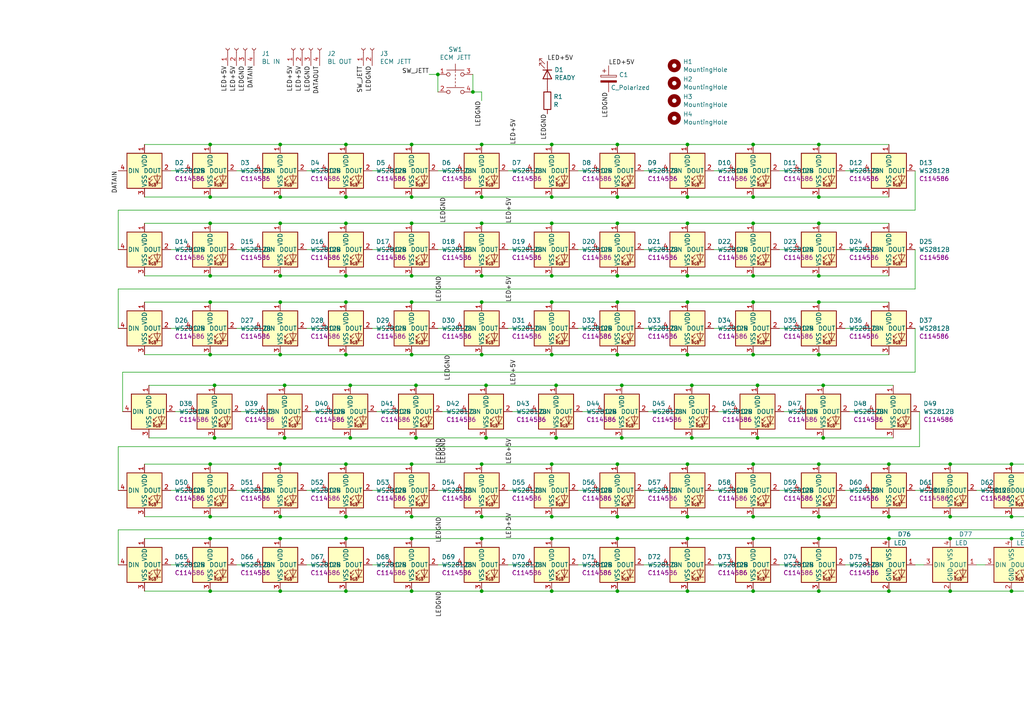
<source format=kicad_sch>
(kicad_sch (version 20211123) (generator eeschema)
  (paper "A4")
  (junction (at 218.44 149.86))
  (junction (at 200.66 127))
  (junction (at 127 21.59))
  (junction (at 293.37 134.62))
  (junction (at 179.07 80.01))
  (junction (at 237.49 134.62))
  (junction (at 218.44 102.87))
  (junction (at 160.02 41.91))
  (junction (at 179.07 64.77))
  (junction (at 179.07 57.15))
  (junction (at 275.59 156.21))
  (junction (at 257.81 156.21))
  (junction (at 60.96 102.87))
  (junction (at 160.02 57.15))
  (junction (at 81.28 64.77))
  (junction (at 219.71 111.76))
  (junction (at 140.97 111.76))
  (junction (at 237.49 41.91))
  (junction (at 100.33 171.45))
  (junction (at 237.49 149.86))
  (junction (at 60.96 87.63))
  (junction (at 82.55 127))
  (junction (at 100.33 41.91))
  (junction (at 60.96 156.21))
  (junction (at 218.44 80.01))
  (junction (at 139.7 102.87))
  (junction (at 275.59 149.86))
  (junction (at 119.38 149.86))
  (junction (at 179.07 156.21))
  (junction (at 218.44 41.91))
  (junction (at 139.7 41.91))
  (junction (at 199.39 57.15))
  (junction (at 199.39 87.63))
  (junction (at 237.49 57.15))
  (junction (at 81.28 41.91))
  (junction (at 139.7 57.15))
  (junction (at 160.02 87.63))
  (junction (at 180.34 111.76))
  (junction (at 218.44 64.77))
  (junction (at 199.39 134.62))
  (junction (at 60.96 41.91))
  (junction (at 199.39 102.87))
  (junction (at 160.02 171.45))
  (junction (at 199.39 156.21))
  (junction (at 120.65 127))
  (junction (at 120.65 111.76))
  (junction (at 140.97 127))
  (junction (at 275.59 171.45))
  (junction (at 101.6 111.76))
  (junction (at 100.33 64.77))
  (junction (at 139.7 87.63))
  (junction (at 81.28 171.45))
  (junction (at 219.71 127))
  (junction (at 60.96 171.45))
  (junction (at 237.49 171.45))
  (junction (at 139.7 64.77))
  (junction (at 119.38 87.63))
  (junction (at 160.02 64.77))
  (junction (at 257.81 134.62))
  (junction (at 119.38 64.77))
  (junction (at 293.37 149.86))
  (junction (at 81.28 57.15))
  (junction (at 161.29 127))
  (junction (at 180.34 127))
  (junction (at 179.07 134.62))
  (junction (at 81.28 102.87))
  (junction (at 237.49 102.87))
  (junction (at 160.02 134.62))
  (junction (at 119.38 41.91))
  (junction (at 119.38 80.01))
  (junction (at 139.7 156.21))
  (junction (at 81.28 149.86))
  (junction (at 179.07 102.87))
  (junction (at 119.38 156.21))
  (junction (at 199.39 41.91))
  (junction (at 293.37 156.21))
  (junction (at 81.28 134.62))
  (junction (at 199.39 80.01))
  (junction (at 100.33 134.62))
  (junction (at 81.28 80.01))
  (junction (at 218.44 87.63))
  (junction (at 100.33 87.63))
  (junction (at 101.6 127))
  (junction (at 218.44 57.15))
  (junction (at 179.07 171.45))
  (junction (at 119.38 171.45))
  (junction (at 179.07 87.63))
  (junction (at 139.7 171.45))
  (junction (at 139.7 134.62))
  (junction (at 218.44 156.21))
  (junction (at 160.02 156.21))
  (junction (at 275.59 134.62))
  (junction (at 161.29 111.76))
  (junction (at 60.96 64.77))
  (junction (at 237.49 64.77))
  (junction (at 237.49 156.21))
  (junction (at 100.33 149.86))
  (junction (at 119.38 102.87))
  (junction (at 82.55 111.76))
  (junction (at 199.39 171.45))
  (junction (at 81.28 156.21))
  (junction (at 199.39 64.77))
  (junction (at 119.38 134.62))
  (junction (at 60.96 149.86))
  (junction (at 139.7 80.01))
  (junction (at 257.81 149.86))
  (junction (at 119.38 57.15))
  (junction (at 62.23 127))
  (junction (at 81.28 87.63))
  (junction (at 100.33 57.15))
  (junction (at 100.33 80.01))
  (junction (at 218.44 171.45))
  (junction (at 199.39 149.86))
  (junction (at 160.02 149.86))
  (junction (at 218.44 134.62))
  (junction (at 62.23 111.76))
  (junction (at 137.16 26.67))
  (junction (at 60.96 134.62))
  (junction (at 200.66 111.76))
  (junction (at 237.49 87.63))
  (junction (at 139.7 149.86))
  (junction (at 160.02 102.87))
  (junction (at 60.96 80.01))
  (junction (at 238.76 111.76))
  (junction (at 100.33 156.21))
  (junction (at 237.49 80.01))
  (junction (at 60.96 57.15))
  (junction (at 293.37 171.45))
  (junction (at 100.33 102.87))
  (junction (at 179.07 41.91))
  (junction (at 257.81 171.45))
  (junction (at 238.76 127))
  (junction (at 179.07 149.86))
  (junction (at 160.02 80.01))
  (wire (pts (xy 88.9 49.53) (xy 92.71 49.53)))
  (wire (pts (xy 237.49 171.45) (xy 257.81 171.45)))
  (wire (pts (xy 265.43 60.96) (xy 34.29 60.96)))
  (wire (pts (xy 100.33 57.15) (xy 119.38 57.15)))
  (wire (pts (xy 237.49 156.21) (xy 257.81 156.21)))
  (wire (pts (xy 179.07 41.91) (xy 160.02 41.91)))
  (wire (pts (xy 60.96 171.45) (xy 81.28 171.45)))
  (wire (pts (xy 139.7 80.01) (xy 160.02 80.01)))
  (wire (pts (xy 60.96 87.63) (xy 41.91 87.63)))
  (wire (pts (xy 218.44 87.63) (xy 199.39 87.63)))
  (wire (pts (xy 68.58 163.83) (xy 73.66 163.83)))
  (wire (pts (xy 100.33 87.63) (xy 81.28 87.63)))
  (wire (pts (xy 180.34 111.76) (xy 161.29 111.76)))
  (wire (pts (xy 218.44 64.77) (xy 199.39 64.77)))
  (wire (pts (xy 41.91 57.15) (xy 60.96 57.15)))
  (wire (pts (xy 218.44 102.87) (xy 237.49 102.87)))
  (wire (pts (xy 207.01 142.24) (xy 210.82 142.24)))
  (wire (pts (xy 200.66 127) (xy 219.71 127)))
  (wire (pts (xy 62.23 111.76) (xy 43.18 111.76)))
  (wire (pts (xy 257.81 87.63) (xy 237.49 87.63)))
  (wire (pts (xy 199.39 171.45) (xy 218.44 171.45)))
  (wire (pts (xy 186.69 163.83) (xy 191.77 163.83)))
  (wire (pts (xy 238.76 111.76) (xy 219.71 111.76)))
  (wire (pts (xy 82.55 127) (xy 101.6 127)))
  (wire (pts (xy 226.06 95.25) (xy 229.87 95.25)))
  (wire (pts (xy 168.91 119.38) (xy 172.72 119.38)))
  (wire (pts (xy 81.28 57.15) (xy 100.33 57.15)))
  (wire (pts (xy 34.29 129.54) (xy 34.29 142.24)))
  (wire (pts (xy 148.59 119.38) (xy 153.67 119.38)))
  (wire (pts (xy 139.7 26.67) (xy 137.16 26.67)))
  (wire (pts (xy 50.8 119.38) (xy 54.61 119.38)))
  (wire (pts (xy 266.7 119.38) (xy 266.7 129.54)))
  (wire (pts (xy 160.02 87.63) (xy 139.7 87.63)))
  (wire (pts (xy 139.7 29.21) (xy 139.7 26.67)))
  (wire (pts (xy 180.34 127) (xy 200.66 127)))
  (wire (pts (xy 160.02 149.86) (xy 179.07 149.86)))
  (wire (pts (xy 139.7 171.45) (xy 160.02 171.45)))
  (wire (pts (xy 127 142.24) (xy 132.08 142.24)))
  (wire (pts (xy 257.81 41.91) (xy 237.49 41.91)))
  (wire (pts (xy 245.11 142.24) (xy 250.19 142.24)))
  (wire (pts (xy 139.7 156.21) (xy 119.38 156.21)))
  (wire (pts (xy 167.64 49.53) (xy 171.45 49.53)))
  (wire (pts (xy 100.33 171.45) (xy 119.38 171.45)))
  (wire (pts (xy 41.91 102.87) (xy 60.96 102.87)))
  (wire (pts (xy 124.46 21.59) (xy 127 21.59)))
  (wire (pts (xy 101.6 111.76) (xy 82.55 111.76)))
  (wire (pts (xy 293.37 149.86) (xy 275.59 149.86)))
  (wire (pts (xy 100.33 102.87) (xy 119.38 102.87)))
  (wire (pts (xy 237.49 156.21) (xy 218.44 156.21)))
  (wire (pts (xy 200.66 111.76) (xy 180.34 111.76)))
  (wire (pts (xy 160.02 57.15) (xy 179.07 57.15)))
  (wire (pts (xy 161.29 111.76) (xy 140.97 111.76)))
  (wire (pts (xy 139.7 87.63) (xy 119.38 87.63)))
  (wire (pts (xy 139.7 134.62) (xy 119.38 134.62)))
  (wire (pts (xy 140.97 111.76) (xy 120.65 111.76)))
  (wire (pts (xy 179.07 149.86) (xy 199.39 149.86)))
  (wire (pts (xy 119.38 41.91) (xy 100.33 41.91)))
  (wire (pts (xy 257.81 171.45) (xy 275.59 171.45)))
  (wire (pts (xy 218.44 41.91) (xy 199.39 41.91)))
  (wire (pts (xy 179.07 171.45) (xy 199.39 171.45)))
  (wire (pts (xy 199.39 156.21) (xy 179.07 156.21)))
  (wire (pts (xy 199.39 87.63) (xy 179.07 87.63)))
  (wire (pts (xy 186.69 49.53) (xy 191.77 49.53)))
  (wire (pts (xy 265.43 95.25) (xy 265.43 107.95)))
  (wire (pts (xy 107.95 163.83) (xy 111.76 163.83)))
  (wire (pts (xy 119.38 64.77) (xy 100.33 64.77)))
  (wire (pts (xy 207.01 49.53) (xy 210.82 49.53)))
  (wire (pts (xy 218.44 57.15) (xy 237.49 57.15)))
  (wire (pts (xy 90.17 119.38) (xy 93.98 119.38)))
  (wire (pts (xy 167.64 95.25) (xy 171.45 95.25)))
  (wire (pts (xy 179.07 156.21) (xy 160.02 156.21)))
  (wire (pts (xy 265.43 72.39) (xy 265.43 83.82)))
  (wire (pts (xy 43.18 127) (xy 62.23 127)))
  (wire (pts (xy 60.96 134.62) (xy 41.91 134.62)))
  (wire (pts (xy 293.37 171.45) (xy 311.15 171.45)))
  (wire (pts (xy 171.45 72.39) (xy 167.64 72.39)))
  (wire (pts (xy 81.28 80.01) (xy 100.33 80.01)))
  (wire (pts (xy 207.01 95.25) (xy 210.82 95.25)))
  (wire (pts (xy 265.43 49.53) (xy 265.43 60.96)))
  (wire (pts (xy 100.33 149.86) (xy 119.38 149.86)))
  (wire (pts (xy 49.53 95.25) (xy 53.34 95.25)))
  (wire (pts (xy 227.33 119.38) (xy 231.14 119.38)))
  (wire (pts (xy 139.7 41.91) (xy 119.38 41.91)))
  (wire (pts (xy 199.39 41.91) (xy 179.07 41.91)))
  (wire (pts (xy 250.19 72.39) (xy 245.11 72.39)))
  (wire (pts (xy 245.11 49.53) (xy 250.19 49.53)))
  (wire (pts (xy 237.49 41.91) (xy 218.44 41.91)))
  (wire (pts (xy 147.32 95.25) (xy 152.4 95.25)))
  (wire (pts (xy 245.11 163.83) (xy 250.19 163.83)))
  (wire (pts (xy 246.38 119.38) (xy 251.46 119.38)))
  (wire (pts (xy 218.44 171.45) (xy 237.49 171.45)))
  (wire (pts (xy 160.02 156.21) (xy 139.7 156.21)))
  (wire (pts (xy 161.29 127) (xy 180.34 127)))
  (wire (pts (xy 35.56 107.95) (xy 35.56 119.38)))
  (wire (pts (xy 49.53 49.53) (xy 53.34 49.53)))
  (wire (pts (xy 293.37 156.21) (xy 311.15 156.21)))
  (wire (pts (xy 111.76 72.39) (xy 107.95 72.39)))
  (wire (pts (xy 218.44 156.21) (xy 199.39 156.21)))
  (wire (pts (xy 160.02 134.62) (xy 139.7 134.62)))
  (wire (pts (xy 119.38 102.87) (xy 139.7 102.87)))
  (wire (pts (xy 81.28 102.87) (xy 100.33 102.87)))
  (wire (pts (xy 68.58 142.24) (xy 73.66 142.24)))
  (wire (pts (xy 160.02 64.77) (xy 139.7 64.77)))
  (wire (pts (xy 60.96 149.86) (xy 81.28 149.86)))
  (wire (pts (xy 60.96 57.15) (xy 81.28 57.15)))
  (wire (pts (xy 137.16 26.67) (xy 137.16 21.59)))
  (wire (pts (xy 81.28 64.77) (xy 60.96 64.77)))
  (wire (pts (xy 73.66 72.39) (xy 68.58 72.39)))
  (wire (pts (xy 49.53 163.83) (xy 53.34 163.83)))
  (wire (pts (xy 81.28 149.86) (xy 100.33 149.86)))
  (wire (pts (xy 186.69 142.24) (xy 191.77 142.24)))
  (wire (pts (xy 41.91 80.01) (xy 60.96 80.01)))
  (wire (pts (xy 303.53 142.24) (xy 300.99 142.24)))
  (wire (pts (xy 160.02 102.87) (xy 179.07 102.87)))
  (wire (pts (xy 152.4 72.39) (xy 147.32 72.39)))
  (wire (pts (xy 88.9 163.83) (xy 92.71 163.83)))
  (wire (pts (xy 226.06 163.83) (xy 229.87 163.83)))
  (wire (pts (xy 41.91 149.86) (xy 60.96 149.86)))
  (wire (pts (xy 119.38 134.62) (xy 100.33 134.62)))
  (wire (pts (xy 179.07 87.63) (xy 160.02 87.63)))
  (wire (pts (xy 100.33 80.01) (xy 119.38 80.01)))
  (wire (pts (xy 60.96 156.21) (xy 41.91 156.21)))
  (wire (pts (xy 88.9 95.25) (xy 92.71 95.25)))
  (wire (pts (xy 34.29 83.82) (xy 34.29 95.25)))
  (wire (pts (xy 119.38 80.01) (xy 139.7 80.01)))
  (wire (pts (xy 199.39 134.62) (xy 179.07 134.62)))
  (wire (pts (xy 179.07 64.77) (xy 160.02 64.77)))
  (wire (pts (xy 257.81 64.77) (xy 237.49 64.77)))
  (wire (pts (xy 147.32 142.24) (xy 152.4 142.24)))
  (wire (pts (xy 293.37 134.62) (xy 275.59 134.62)))
  (wire (pts (xy 167.64 142.24) (xy 171.45 142.24)))
  (wire (pts (xy 128.27 119.38) (xy 133.35 119.38)))
  (wire (pts (xy 147.32 163.83) (xy 152.4 163.83)))
  (wire (pts (xy 311.15 149.86) (xy 293.37 149.86)))
  (wire (pts (xy 179.07 102.87) (xy 199.39 102.87)))
  (wire (pts (xy 127 163.83) (xy 132.08 163.83)))
  (wire (pts (xy 257.81 156.21) (xy 275.59 156.21)))
  (wire (pts (xy 237.49 134.62) (xy 218.44 134.62)))
  (wire (pts (xy 60.96 80.01) (xy 81.28 80.01)))
  (wire (pts (xy 238.76 127) (xy 259.08 127)))
  (wire (pts (xy 218.44 80.01) (xy 237.49 80.01)))
  (wire (pts (xy 119.38 87.63) (xy 100.33 87.63)))
  (wire (pts (xy 100.33 64.77) (xy 81.28 64.77)))
  (wire (pts (xy 68.58 49.53) (xy 73.66 49.53)))
  (wire (pts (xy 49.53 142.24) (xy 53.34 142.24)))
  (wire (pts (xy 127 49.53) (xy 132.08 49.53)))
  (wire (pts (xy 120.65 111.76) (xy 101.6 111.76)))
  (wire (pts (xy 160.02 41.91) (xy 139.7 41.91)))
  (wire (pts (xy 68.58 95.25) (xy 73.66 95.25)))
  (wire (pts (xy 100.33 41.91) (xy 81.28 41.91)))
  (wire (pts (xy 265.43 107.95) (xy 35.56 107.95)))
  (wire (pts (xy 160.02 171.45) (xy 179.07 171.45)))
  (wire (pts (xy 88.9 142.24) (xy 92.71 142.24)))
  (wire (pts (xy 119.38 171.45) (xy 139.7 171.45)))
  (wire (pts (xy 140.97 127) (xy 161.29 127)))
  (wire (pts (xy 81.28 134.62) (xy 60.96 134.62)))
  (wire (pts (xy 199.39 102.87) (xy 218.44 102.87)))
  (wire (pts (xy 275.59 171.45) (xy 293.37 171.45)))
  (wire (pts (xy 226.06 49.53) (xy 229.87 49.53)))
  (wire (pts (xy 81.28 171.45) (xy 100.33 171.45)))
  (wire (pts (xy 167.64 163.83) (xy 171.45 163.83)))
  (wire (pts (xy 218.44 149.86) (xy 237.49 149.86)))
  (wire (pts (xy 53.34 72.39) (xy 49.53 72.39)))
  (wire (pts (xy 265.43 83.82) (xy 34.29 83.82)))
  (wire (pts (xy 237.49 149.86) (xy 257.81 149.86)))
  (wire (pts (xy 81.28 41.91) (xy 60.96 41.91)))
  (wire (pts (xy 210.82 72.39) (xy 207.01 72.39)))
  (wire (pts (xy 107.95 49.53) (xy 111.76 49.53)))
  (wire (pts (xy 218.44 134.62) (xy 199.39 134.62)))
  (wire (pts (xy 100.33 134.62) (xy 81.28 134.62)))
  (wire (pts (xy 259.08 111.76) (xy 238.76 111.76)))
  (wire (pts (xy 139.7 57.15) (xy 160.02 57.15)))
  (wire (pts (xy 60.96 41.91) (xy 41.91 41.91)))
  (wire (pts (xy 120.65 127) (xy 140.97 127)))
  (wire (pts (xy 199.39 80.01) (xy 218.44 80.01)))
  (wire (pts (xy 267.97 142.24) (xy 265.43 142.24)))
  (wire (pts (xy 219.71 127) (xy 238.76 127)))
  (wire (pts (xy 119.38 156.21) (xy 100.33 156.21)))
  (wire (pts (xy 109.22 119.38) (xy 113.03 119.38)))
  (wire (pts (xy 34.29 60.96) (xy 34.29 72.39)))
  (wire (pts (xy 266.7 129.54) (xy 34.29 129.54)))
  (wire (pts (xy 186.69 95.25) (xy 191.77 95.25)))
  (wire (pts (xy 267.97 163.83) (xy 265.43 163.83)))
  (wire (pts (xy 139.7 149.86) (xy 160.02 149.86)))
  (wire (pts (xy 275.59 149.86) (xy 257.81 149.86)))
  (wire (pts (xy 275.59 156.21) (xy 293.37 156.21)))
  (wire (pts (xy 237.49 87.63) (xy 218.44 87.63)))
  (wire (pts (xy 229.87 72.39) (xy 226.06 72.39)))
  (wire (pts (xy 127 95.25) (xy 132.08 95.25)))
  (wire (pts (xy 139.7 64.77) (xy 119.38 64.77)))
  (wire (pts (xy 199.39 149.86) (xy 218.44 149.86)))
  (wire (pts (xy 107.95 142.24) (xy 111.76 142.24)))
  (wire (pts (xy 237.49 80.01) (xy 257.81 80.01)))
  (wire (pts (xy 208.28 119.38) (xy 212.09 119.38)))
  (wire (pts (xy 100.33 156.21) (xy 81.28 156.21)))
  (wire (pts (xy 318.77 142.24) (xy 318.77 153.67)))
  (wire (pts (xy 257.81 134.62) (xy 237.49 134.62)))
  (wire (pts (xy 132.08 72.39) (xy 127 72.39)))
  (wire (pts (xy 285.75 142.24) (xy 283.21 142.24)))
  (wire (pts (xy 199.39 57.15) (xy 218.44 57.15)))
  (wire (pts (xy 187.96 119.38) (xy 193.04 119.38)))
  (wire (pts (xy 311.15 134.62) (xy 293.37 134.62)))
  (wire (pts (xy 303.53 163.83) (xy 300.99 163.83)))
  (wire (pts (xy 179.07 134.62) (xy 160.02 134.62)))
  (wire (pts (xy 275.59 134.62) (xy 257.81 134.62)))
  (wire (pts (xy 119.38 149.86) (xy 139.7 149.86)))
  (wire (pts (xy 285.75 163.83) (xy 283.21 163.83)))
  (wire (pts (xy 60.96 102.87) (xy 81.28 102.87)))
  (wire (pts (xy 41.91 171.45) (xy 60.96 171.45)))
  (wire (pts (xy 62.23 127) (xy 82.55 127)))
  (wire (pts (xy 199.39 64.77) (xy 179.07 64.77)))
  (wire (pts (xy 179.07 80.01) (xy 199.39 80.01)))
  (wire (pts (xy 237.49 57.15) (xy 257.81 57.15)))
  (wire (pts (xy 237.49 102.87) (xy 257.81 102.87)))
  (wire (pts (xy 119.38 57.15) (xy 139.7 57.15)))
  (wire (pts (xy 245.11 95.25) (xy 250.19 95.25)))
  (wire (pts (xy 34.29 153.67) (xy 34.29 163.83)))
  (wire (pts (xy 207.01 163.83) (xy 210.82 163.83)))
  (wire (pts (xy 147.32 49.53) (xy 152.4 49.53)))
  (wire (pts (xy 226.06 142.24) (xy 229.87 142.24)))
  (wire (pts (xy 92.71 72.39) (xy 88.9 72.39)))
  (wire (pts (xy 81.28 87.63) (xy 60.96 87.63)))
  (wire (pts (xy 81.28 156.21) (xy 60.96 156.21)))
  (wire (pts (xy 237.49 64.77) (xy 218.44 64.77)))
  (wire (pts (xy 127 21.59) (xy 127 26.67)))
  (wire (pts (xy 139.7 102.87) (xy 160.02 102.87)))
  (wire (pts (xy 101.6 127) (xy 120.65 127)))
  (wire (pts (xy 60.96 64.77) (xy 41.91 64.77)))
  (wire (pts (xy 179.07 57.15) (xy 199.39 57.15)))
  (wire (pts (xy 69.85 119.38) (xy 74.93 119.38)))
  (wire (pts (xy 82.55 111.76) (xy 62.23 111.76)))
  (wire (pts (xy 318.77 153.67) (xy 34.29 153.67)))
  (wire (pts (xy 160.02 80.01) (xy 179.07 80.01)))
  (wire (pts (xy 219.71 111.76) (xy 200.66 111.76)))
  (wire (pts (xy 107.95 95.25) (xy 111.76 95.25)))
  (wire (pts (xy 191.77 72.39) (xy 186.69 72.39)))
  (label "LED+5V" (at 68.58 19.05 270))
  (label "LEDGND" (at 107.95 19.05 270))
  (label "LEDGND" (at 139.7 29.21 270))
  (label "LED+5V" (at 158.75 17.78 0))
  (label "DATAOUT" (at 92.71 19.05 270))
  (label "LEDGND" (at 130.81 102.87 270))
  (label "SW_JETT" (at 105.41 19.05 270))
  (label "LED+5V" (at 148.59 156.21 90))
  (label "LED+5V" (at 149.86 41.91 90))
  (label "LED+5V" (at 85.09 19.05 270))
  (label "LED+5V" (at 148.59 87.63 90))
  (label "SW_JETT" (at 124.46 21.59 180))
  (label "LED+5V" (at 149.86 111.76 90))
  (label "LED+5V" (at 66.04 19.05 270))
  (label "DATAIN" (at 73.66 19.05 270))
  (label "LEDGND" (at 71.12 19.05 270))
  (label "LEDGND" (at 129.54 127 270))
  (label "LED+5V" (at 148.59 134.62 90))
  (label "LED+5V" (at 87.63 19.05 270))
  (label "LEDGND" (at 128.27 149.86 270))
  (label "LEDGND" (at 129.54 57.15 270))
  (label "LEDGND" (at 90.17 19.05 270))
  (label "LEDGND" (at 128.27 127 270))
  (label "LED+5V" (at 148.59 64.77 90))
  (label "DATAOUT" (at 318.77 163.83 0))
  (label "LEDGND" (at 176.53 26.67 270))
  (label "LEDGND" (at 128.27 171.45 270))
  (label "DATAIN" (at 34.29 49.53 270))
  (label "LEDGND" (at 158.75 33.02 270))
  (label "LEDGND" (at 128.27 80.01 270))
  (label "LED+5V" (at 176.53 19.05 0))
  (symbol (lib_id "LED:WS2812B") (at 293.37 142.24 0) (unit 1)
    (property "Reference" "D63" (at 302.1076 139.9286 0) (effects (justify left)))
    (property "Value" "WS2812B" (at 302.1076 142.24 0) (effects (justify left)))
    (property "Footprint" "LED_SMD:LED_WS2812B_PLCC4_5.0x5.0mm_P3.2mm" (effects hide))
    (property "Datasheet" "https://cdn-shop.adafruit.com/datasheets/WS2812B.pdf" (effects hide))
    (property "LCSC Part Number" "C114586" (at 302.1076 144.5514 0) (effects (justify left)))
  )
  (symbol (lib_id "LED:WS2812B") (at 311.15 142.24 0) (unit 1)
    (property "Reference" "D64" (at 319.8876 139.9286 0) (effects (justify left)))
    (property "Value" "WS2812B" (at 319.8876 142.24 0) (effects (justify left)))
    (property "Footprint" "LED_SMD:LED_WS2812B_PLCC4_5.0x5.0mm_P3.2mm" (effects hide))
    (property "Datasheet" "https://cdn-shop.adafruit.com/datasheets/WS2812B.pdf" (effects hide))
    (property "LCSC Part Number" "C114586" (at 319.8876 144.5514 0) (effects (justify left)))
  )
  (symbol (lib_id "LED:WS2812B") (at 41.91 163.83 0) (unit 1)
    (property "Reference" "D65" (at 50.6476 161.5186 0) (effects (justify left)))
    (property "Value" "WS2812B" (at 50.6476 163.83 0) (effects (justify left)))
    (property "Footprint" "LED_SMD:LED_WS2812B_PLCC4_5.0x5.0mm_P3.2mm" (effects hide))
    (property "Datasheet" "https://cdn-shop.adafruit.com/datasheets/WS2812B.pdf" (effects hide))
    (property "LCSC Part Number" "C114586" (at 50.6476 166.1414 0) (effects (justify left)))
  )
  (symbol (lib_id "LED:WS2812B") (at 60.96 163.83 0) (unit 1)
    (property "Reference" "D66" (at 69.6976 161.5186 0) (effects (justify left)))
    (property "Value" "WS2812B" (at 69.6976 163.83 0) (effects (justify left)))
    (property "Footprint" "LED_SMD:LED_WS2812B_PLCC4_5.0x5.0mm_P3.2mm" (effects hide))
    (property "Datasheet" "https://cdn-shop.adafruit.com/datasheets/WS2812B.pdf" (effects hide))
    (property "LCSC Part Number" "C114586" (at 69.6976 166.1414 0) (effects (justify left)))
  )
  (symbol (lib_id "LED:WS2812B") (at 81.28 163.83 0) (unit 1)
    (property "Reference" "D67" (at 90.0176 161.5186 0) (effects (justify left)))
    (property "Value" "WS2812B" (at 90.0176 163.83 0) (effects (justify left)))
    (property "Footprint" "LED_SMD:LED_WS2812B_PLCC4_5.0x5.0mm_P3.2mm" (effects hide))
    (property "Datasheet" "https://cdn-shop.adafruit.com/datasheets/WS2812B.pdf" (effects hide))
    (property "LCSC Part Number" "C114586" (at 90.0176 166.1414 0) (effects (justify left)))
  )
  (symbol (lib_id "LED:WS2812B") (at 100.33 163.83 0) (unit 1)
    (property "Reference" "D68" (at 109.0676 161.5186 0) (effects (justify left)))
    (property "Value" "WS2812B" (at 109.0676 163.83 0) (effects (justify left)))
    (property "Footprint" "LED_SMD:LED_WS2812B_PLCC4_5.0x5.0mm_P3.2mm" (effects hide))
    (property "Datasheet" "https://cdn-shop.adafruit.com/datasheets/WS2812B.pdf" (effects hide))
    (property "LCSC Part Number" "C114586" (at 109.0676 166.1414 0) (effects (justify left)))
  )
  (symbol (lib_id "LED:WS2812B") (at 119.38 163.83 0) (unit 1)
    (property "Reference" "D69" (at 128.1176 161.5186 0) (effects (justify left)))
    (property "Value" "WS2812B" (at 128.1176 163.83 0) (effects (justify left)))
    (property "Footprint" "LED_SMD:LED_WS2812B_PLCC4_5.0x5.0mm_P3.2mm" (effects hide))
    (property "Datasheet" "https://cdn-shop.adafruit.com/datasheets/WS2812B.pdf" (effects hide))
    (property "LCSC Part Number" "C114586" (at 128.1176 166.1414 0) (effects (justify left)))
  )
  (symbol (lib_id "LED:WS2812B") (at 139.7 163.83 0) (unit 1)
    (property "Reference" "D70" (at 148.4376 161.5186 0) (effects (justify left)))
    (property "Value" "WS2812B" (at 148.4376 163.83 0) (effects (justify left)))
    (property "Footprint" "LED_SMD:LED_WS2812B_PLCC4_5.0x5.0mm_P3.2mm" (effects hide))
    (property "Datasheet" "https://cdn-shop.adafruit.com/datasheets/WS2812B.pdf" (effects hide))
    (property "LCSC Part Number" "C114586" (at 148.4376 166.1414 0) (effects (justify left)))
  )
  (symbol (lib_id "LED:WS2812B") (at 160.02 163.83 0) (unit 1)
    (property "Reference" "D71" (at 168.7576 161.5186 0) (effects (justify left)))
    (property "Value" "WS2812B" (at 168.7576 163.83 0) (effects (justify left)))
    (property "Footprint" "LED_SMD:LED_WS2812B_PLCC4_5.0x5.0mm_P3.2mm" (effects hide))
    (property "Datasheet" "https://cdn-shop.adafruit.com/datasheets/WS2812B.pdf" (effects hide))
    (property "LCSC Part Number" "C114586" (at 168.7576 166.1414 0) (effects (justify left)))
  )
  (symbol (lib_id "LED:WS2812B") (at 179.07 163.83 0) (unit 1)
    (property "Reference" "D72" (at 187.8076 161.5186 0) (effects (justify left)))
    (property "Value" "WS2812B" (at 187.8076 163.83 0) (effects (justify left)))
    (property "Footprint" "LED_SMD:LED_WS2812B_PLCC4_5.0x5.0mm_P3.2mm" (effects hide))
    (property "Datasheet" "https://cdn-shop.adafruit.com/datasheets/WS2812B.pdf" (effects hide))
    (property "LCSC Part Number" "C114586" (at 187.8076 166.1414 0) (effects (justify left)))
  )
  (symbol (lib_id "LED:WS2812B") (at 199.39 163.83 0) (unit 1)
    (property "Reference" "D73" (at 208.1276 161.5186 0) (effects (justify left)))
    (property "Value" "WS2812B" (at 208.1276 163.83 0) (effects (justify left)))
    (property "Footprint" "LED_SMD:LED_WS2812B_PLCC4_5.0x5.0mm_P3.2mm" (effects hide))
    (property "Datasheet" "https://cdn-shop.adafruit.com/datasheets/WS2812B.pdf" (effects hide))
    (property "LCSC Part Number" "C114586" (at 208.1276 166.1414 0) (effects (justify left)))
  )
  (symbol (lib_id "LED:WS2812B") (at 237.49 163.83 0) (unit 1)
    (property "Reference" "D75" (at 246.2276 161.5186 0) (effects (justify left)))
    (property "Value" "WS2812B" (at 246.2276 163.83 0) (effects (justify left)))
    (property "Footprint" "LED_SMD:LED_WS2812B_PLCC4_5.0x5.0mm_P3.2mm" (effects hide))
    (property "Datasheet" "https://cdn-shop.adafruit.com/datasheets/WS2812B.pdf" (effects hide))
    (property "LCSC Part Number" "C114586" (at 246.2276 166.1414 0) (effects (justify left)))
  )
  (symbol (lib_id "LED:WS2812B") (at 218.44 163.83 0) (unit 1)
    (property "Reference" "D74" (at 227.1776 161.5186 0) (effects (justify left)))
    (property "Value" "WS2812B" (at 227.1776 163.83 0) (effects (justify left)))
    (property "Footprint" "LED_SMD:LED_WS2812B_PLCC4_5.0x5.0mm_P3.2mm" (effects hide))
    (property "Datasheet" "https://cdn-shop.adafruit.com/datasheets/WS2812B.pdf" (effects hide))
    (property "LCSC Part Number" "C114586" (at 227.1776 166.1414 0) (effects (justify left)))
  )
  (symbol (lib_id "Connector:Conn_01x02_Female") (at 105.41 13.97 90) (unit 1)
    (property "Reference" "J3" (at 110.1852 15.5448 90) (effects (justify right)))
    (property "Value" "ECM JETT" (at 110.1852 17.8562 90) (effects (justify right)))
    (property "Footprint" "Connector_Molex:Molex_KK-254_AE-6410-02A_1x02_P2.54mm_Vertical" (effects hide))
  )
  (symbol (lib_id "LED:WS2812B") (at 41.91 49.53 0) (unit 1)
    (property "Reference" "D2" (at 50.6476 47.2186 0) (effects (justify left)))
    (property "Value" "WS2812B" (at 50.6476 49.53 0) (effects (justify left)))
    (property "Footprint" "LED_SMD:LED_WS2812B_PLCC4_5.0x5.0mm_P3.2mm" (effects hide))
    (property "Datasheet" "https://cdn-shop.adafruit.com/datasheets/WS2812B.pdf" (effects hide))
    (property "LCSC Part Number" "C114586" (at 50.6476 51.8414 0) (effects (justify left)))
  )
  (symbol (lib_id "Connector:Conn_01x04_Female") (at 68.58 13.97 90) (unit 1)
    (property "Reference" "J1" (at 75.8952 15.5448 90) (effects (justify right)))
    (property "Value" "BL IN" (at 75.8952 17.8562 90) (effects (justify right)))
    (property "Footprint" "Connector_Molex:Molex_Mini-Fit_Jr_5566-04A_2x02_P4.20mm_Vertical" (effects hide))
  )
  (symbol (lib_id "Connector:Conn_01x04_Female") (at 87.63 13.97 90) (unit 1)
    (property "Reference" "J2" (at 94.9452 15.5448 90) (effects (justify right)))
    (property "Value" "BL OUT" (at 94.9452 17.8562 90) (effects (justify right)))
    (property "Footprint" "Connector_Molex:Molex_Mini-Fit_Jr_5566-04A_2x02_P4.20mm_Vertical" (effects hide))
  )
  (symbol (lib_id "LED:WS2812B") (at 60.96 49.53 0) (unit 1)
    (property "Reference" "D3" (at 69.6976 47.2186 0) (effects (justify left)))
    (property "Value" "WS2812B" (at 69.6976 49.53 0) (effects (justify left)))
    (property "Footprint" "LED_SMD:LED_WS2812B_PLCC4_5.0x5.0mm_P3.2mm" (effects hide))
    (property "Datasheet" "https://cdn-shop.adafruit.com/datasheets/WS2812B.pdf" (effects hide))
    (property "LCSC Part Number" "C114586" (at 69.6976 51.8414 0) (effects (justify left)))
  )
  (symbol (lib_id "LED:WS2812B") (at 81.28 49.53 0) (unit 1)
    (property "Reference" "D4" (at 90.0176 47.2186 0) (effects (justify left)))
    (property "Value" "WS2812B" (at 90.0176 49.53 0) (effects (justify left)))
    (property "Footprint" "LED_SMD:LED_WS2812B_PLCC4_5.0x5.0mm_P3.2mm" (effects hide))
    (property "Datasheet" "https://cdn-shop.adafruit.com/datasheets/WS2812B.pdf" (effects hide))
    (property "LCSC Part Number" "C114586" (at 90.0176 51.8414 0) (effects (justify left)))
  )
  (symbol (lib_id "LED:WS2812B") (at 100.33 49.53 0) (unit 1)
    (property "Reference" "D5" (at 109.0676 47.2186 0) (effects (justify left)))
    (property "Value" "WS2812B" (at 109.0676 49.53 0) (effects (justify left)))
    (property "Footprint" "LED_SMD:LED_WS2812B_PLCC4_5.0x5.0mm_P3.2mm" (effects hide))
    (property "Datasheet" "https://cdn-shop.adafruit.com/datasheets/WS2812B.pdf" (effects hide))
    (property "LCSC Part Number" "C114586" (at 109.0676 51.8414 0) (effects (justify left)))
  )
  (symbol (lib_id "LED:WS2812B") (at 119.38 49.53 0) (unit 1)
    (property "Reference" "D6" (at 128.1176 47.2186 0) (effects (justify left)))
    (property "Value" "WS2812B" (at 128.1176 49.53 0) (effects (justify left)))
    (property "Footprint" "LED_SMD:LED_WS2812B_PLCC4_5.0x5.0mm_P3.2mm" (effects hide))
    (property "Datasheet" "https://cdn-shop.adafruit.com/datasheets/WS2812B.pdf" (effects hide))
    (property "LCSC Part Number" "C114586" (at 128.1176 51.8414 0) (effects (justify left)))
  )
  (symbol (lib_id "LED:WS2812B") (at 139.7 49.53 0) (unit 1)
    (property "Reference" "D7" (at 148.4376 47.2186 0) (effects (justify left)))
    (property "Value" "WS2812B" (at 148.4376 49.53 0) (effects (justify left)))
    (property "Footprint" "LED_SMD:LED_WS2812B_PLCC4_5.0x5.0mm_P3.2mm" (effects hide))
    (property "Datasheet" "https://cdn-shop.adafruit.com/datasheets/WS2812B.pdf" (effects hide))
    (property "LCSC Part Number" "C114586" (at 148.4376 51.8414 0) (effects (justify left)))
  )
  (symbol (lib_id "LED:WS2812B") (at 160.02 49.53 0) (unit 1)
    (property "Reference" "D8" (at 168.7576 47.2186 0) (effects (justify left)))
    (property "Value" "WS2812B" (at 168.7576 49.53 0) (effects (justify left)))
    (property "Footprint" "LED_SMD:LED_WS2812B_PLCC4_5.0x5.0mm_P3.2mm" (effects hide))
    (property "Datasheet" "https://cdn-shop.adafruit.com/datasheets/WS2812B.pdf" (effects hide))
    (property "LCSC Part Number" "C114586" (at 168.7576 51.8414 0) (effects (justify left)))
  )
  (symbol (lib_id "LED:WS2812B") (at 179.07 49.53 0) (unit 1)
    (property "Reference" "D9" (at 187.8076 47.2186 0) (effects (justify left)))
    (property "Value" "WS2812B" (at 187.8076 49.53 0) (effects (justify left)))
    (property "Footprint" "LED_SMD:LED_WS2812B_PLCC4_5.0x5.0mm_P3.2mm" (effects hide))
    (property "Datasheet" "https://cdn-shop.adafruit.com/datasheets/WS2812B.pdf" (effects hide))
    (property "LCSC Part Number" "C114586" (at 187.8076 51.8414 0) (effects (justify left)))
  )
  (symbol (lib_id "LED:WS2812B") (at 199.39 49.53 0) (unit 1)
    (property "Reference" "D10" (at 208.1276 47.2186 0) (effects (justify left)))
    (property "Value" "WS2812B" (at 208.1276 49.53 0) (effects (justify left)))
    (property "Footprint" "LED_SMD:LED_WS2812B_PLCC4_5.0x5.0mm_P3.2mm" (effects hide))
    (property "Datasheet" "https://cdn-shop.adafruit.com/datasheets/WS2812B.pdf" (effects hide))
    (property "LCSC Part Number" "C114586" (at 208.1276 51.8414 0) (effects (justify left)))
  )
  (symbol (lib_id "LED:WS2812B") (at 218.44 49.53 0) (unit 1)
    (property "Reference" "D11" (at 227.1776 47.2186 0) (effects (justify left)))
    (property "Value" "WS2812B" (at 227.1776 49.53 0) (effects (justify left)))
    (property "Footprint" "LED_SMD:LED_WS2812B_PLCC4_5.0x5.0mm_P3.2mm" (effects hide))
    (property "Datasheet" "https://cdn-shop.adafruit.com/datasheets/WS2812B.pdf" (effects hide))
    (property "LCSC Part Number" "C114586" (at 227.1776 51.8414 0) (effects (justify left)))
  )
  (symbol (lib_id "LED:WS2812B") (at 237.49 49.53 0) (unit 1)
    (property "Reference" "D12" (at 246.2276 47.2186 0) (effects (justify left)))
    (property "Value" "WS2812B" (at 246.2276 49.53 0) (effects (justify left)))
    (property "Footprint" "LED_SMD:LED_WS2812B_PLCC4_5.0x5.0mm_P3.2mm" (effects hide))
    (property "Datasheet" "https://cdn-shop.adafruit.com/datasheets/WS2812B.pdf" (effects hide))
    (property "LCSC Part Number" "C114586" (at 246.2276 51.8414 0) (effects (justify left)))
  )
  (symbol (lib_id "LED:WS2812B") (at 257.81 49.53 0) (unit 1)
    (property "Reference" "D13" (at 266.5476 47.2186 0) (effects (justify left)))
    (property "Value" "WS2812B" (at 266.5476 49.53 0) (effects (justify left)))
    (property "Footprint" "LED_SMD:LED_WS2812B_PLCC4_5.0x5.0mm_P3.2mm" (effects hide))
    (property "Datasheet" "https://cdn-shop.adafruit.com/datasheets/WS2812B.pdf" (effects hide))
    (property "LCSC Part Number" "C114586" (at 266.5476 51.8414 0) (effects (justify left)))
  )
  (symbol (lib_id "LED:WS2812B") (at 41.91 72.39 0) (unit 1)
    (property "Reference" "D14" (at 50.6476 70.0786 0) (effects (justify left)))
    (property "Value" "WS2812B" (at 50.6476 72.39 0) (effects (justify left)))
    (property "Footprint" "LED_SMD:LED_WS2812B_PLCC4_5.0x5.0mm_P3.2mm" (effects hide))
    (property "Datasheet" "https://cdn-shop.adafruit.com/datasheets/WS2812B.pdf" (effects hide))
    (property "LCSC Part Number" "C114586" (at 50.6476 74.7014 0) (effects (justify left)))
  )
  (symbol (lib_id "LED:WS2812B") (at 60.96 72.39 0) (unit 1)
    (property "Reference" "D15" (at 69.6976 70.0786 0) (effects (justify left)))
    (property "Value" "WS2812B" (at 69.6976 72.39 0) (effects (justify left)))
    (property "Footprint" "LED_SMD:LED_WS2812B_PLCC4_5.0x5.0mm_P3.2mm" (effects hide))
    (property "Datasheet" "https://cdn-shop.adafruit.com/datasheets/WS2812B.pdf" (effects hide))
    (property "LCSC Part Number" "C114586" (at 69.6976 74.7014 0) (effects (justify left)))
  )
  (symbol (lib_id "LED:WS2812B") (at 81.28 72.39 0) (unit 1)
    (property "Reference" "D16" (at 90.0176 70.0786 0) (effects (justify left)))
    (property "Value" "WS2812B" (at 90.0176 72.39 0) (effects (justify left)))
    (property "Footprint" "LED_SMD:LED_WS2812B_PLCC4_5.0x5.0mm_P3.2mm" (effects hide))
    (property "Datasheet" "https://cdn-shop.adafruit.com/datasheets/WS2812B.pdf" (effects hide))
    (property "LCSC Part Number" "C114586" (at 90.0176 74.7014 0) (effects (justify left)))
  )
  (symbol (lib_id "LED:WS2812B") (at 100.33 72.39 0) (unit 1)
    (property "Reference" "D17" (at 109.0676 70.0786 0) (effects (justify left)))
    (property "Value" "WS2812B" (at 109.0676 72.39 0) (effects (justify left)))
    (property "Footprint" "LED_SMD:LED_WS2812B_PLCC4_5.0x5.0mm_P3.2mm" (effects hide))
    (property "Datasheet" "https://cdn-shop.adafruit.com/datasheets/WS2812B.pdf" (effects hide))
    (property "LCSC Part Number" "C114586" (at 109.0676 74.7014 0) (effects (justify left)))
  )
  (symbol (lib_id "LED:WS2812B") (at 119.38 72.39 0) (unit 1)
    (property "Reference" "D18" (at 128.1176 70.0786 0) (effects (justify left)))
    (property "Value" "WS2812B" (at 128.1176 72.39 0) (effects (justify left)))
    (property "Footprint" "LED_SMD:LED_WS2812B_PLCC4_5.0x5.0mm_P3.2mm" (effects hide))
    (property "Datasheet" "https://cdn-shop.adafruit.com/datasheets/WS2812B.pdf" (effects hide))
    (property "LCSC Part Number" "C114586" (at 128.1176 74.7014 0) (effects (justify left)))
  )
  (symbol (lib_id "LED:WS2812B") (at 139.7 72.39 0) (unit 1)
    (property "Reference" "D19" (at 148.4376 70.0786 0) (effects (justify left)))
    (property "Value" "WS2812B" (at 148.4376 72.39 0) (effects (justify left)))
    (property "Footprint" "LED_SMD:LED_WS2812B_PLCC4_5.0x5.0mm_P3.2mm" (effects hide))
    (property "Datasheet" "https://cdn-shop.adafruit.com/datasheets/WS2812B.pdf" (effects hide))
    (property "LCSC Part Number" "C114586" (at 148.4376 74.7014 0) (effects (justify left)))
  )
  (symbol (lib_id "LED:WS2812B") (at 160.02 72.39 0) (unit 1)
    (property "Reference" "D20" (at 168.7576 70.0786 0) (effects (justify left)))
    (property "Value" "WS2812B" (at 168.7576 72.39 0) (effects (justify left)))
    (property "Footprint" "LED_SMD:LED_WS2812B_PLCC4_5.0x5.0mm_P3.2mm" (effects hide))
    (property "Datasheet" "https://cdn-shop.adafruit.com/datasheets/WS2812B.pdf" (effects hide))
    (property "LCSC Part Number" "C114586" (at 168.7576 74.7014 0) (effects (justify left)))
  )
  (symbol (lib_id "LED:WS2812B") (at 179.07 72.39 0) (unit 1)
    (property "Reference" "D21" (at 187.8076 70.0786 0) (effects (justify left)))
    (property "Value" "WS2812B" (at 187.8076 72.39 0) (effects (justify left)))
    (property "Footprint" "LED_SMD:LED_WS2812B_PLCC4_5.0x5.0mm_P3.2mm" (effects hide))
    (property "Datasheet" "https://cdn-shop.adafruit.com/datasheets/WS2812B.pdf" (effects hide))
    (property "LCSC Part Number" "C114586" (at 187.8076 74.7014 0) (effects (justify left)))
  )
  (symbol (lib_id "LED:WS2812B") (at 199.39 72.39 0) (unit 1)
    (property "Reference" "D22" (at 208.1276 70.0786 0) (effects (justify left)))
    (property "Value" "WS2812B" (at 208.1276 72.39 0) (effects (justify left)))
    (property "Footprint" "LED_SMD:LED_WS2812B_PLCC4_5.0x5.0mm_P3.2mm" (effects hide))
    (property "Datasheet" "https://cdn-shop.adafruit.com/datasheets/WS2812B.pdf" (effects hide))
    (property "LCSC Part Number" "C114586" (at 208.1276 74.7014 0) (effects (justify left)))
  )
  (symbol (lib_id "LED:WS2812B") (at 218.44 72.39 0) (unit 1)
    (property "Reference" "D23" (at 227.1776 70.0786 0) (effects (justify left)))
    (property "Value" "WS2812B" (at 227.1776 72.39 0) (effects (justify left)))
    (property "Footprint" "LED_SMD:LED_WS2812B_PLCC4_5.0x5.0mm_P3.2mm" (effects hide))
    (property "Datasheet" "https://cdn-shop.adafruit.com/datasheets/WS2812B.pdf" (effects hide))
    (property "LCSC Part Number" "C114586" (at 227.1776 74.7014 0) (effects (justify left)))
  )
  (symbol (lib_id "LED:WS2812B") (at 237.49 72.39 0) (unit 1)
    (property "Reference" "D24" (at 246.2276 70.0786 0) (effects (justify left)))
    (property "Value" "WS2812B" (at 246.2276 72.39 0) (effects (justify left)))
    (property "Footprint" "LED_SMD:LED_WS2812B_PLCC4_5.0x5.0mm_P3.2mm" (effects hide))
    (property "Datasheet" "https://cdn-shop.adafruit.com/datasheets/WS2812B.pdf" (effects hide))
    (property "LCSC Part Number" "C114586" (at 246.2276 74.7014 0) (effects (justify left)))
  )
  (symbol (lib_id "LED:WS2812B") (at 257.81 72.39 0) (unit 1)
    (property "Reference" "D25" (at 266.5476 70.0786 0) (effects (justify left)))
    (property "Value" "WS2812B" (at 266.5476 72.39 0) (effects (justify left)))
    (property "Footprint" "LED_SMD:LED_WS2812B_PLCC4_5.0x5.0mm_P3.2mm" (effects hide))
    (property "Datasheet" "https://cdn-shop.adafruit.com/datasheets/WS2812B.pdf" (effects hide))
    (property "LCSC Part Number" "C114586" (at 266.5476 74.7014 0) (effects (justify left)))
  )
  (symbol (lib_id "LED:WS2812B") (at 41.91 95.25 0) (unit 1)
    (property "Reference" "D26" (at 50.6476 92.9386 0) (effects (justify left)))
    (property "Value" "WS2812B" (at 50.6476 95.25 0) (effects (justify left)))
    (property "Footprint" "LED_SMD:LED_WS2812B_PLCC4_5.0x5.0mm_P3.2mm" (effects hide))
    (property "Datasheet" "https://cdn-shop.adafruit.com/datasheets/WS2812B.pdf" (effects hide))
    (property "LCSC Part Number" "C114586" (at 50.6476 97.5614 0) (effects (justify left)))
  )
  (symbol (lib_id "LED:WS2812B") (at 60.96 95.25 0) (unit 1)
    (property "Reference" "D27" (at 69.6976 92.9386 0) (effects (justify left)))
    (property "Value" "WS2812B" (at 69.6976 95.25 0) (effects (justify left)))
    (property "Footprint" "LED_SMD:LED_WS2812B_PLCC4_5.0x5.0mm_P3.2mm" (effects hide))
    (property "Datasheet" "https://cdn-shop.adafruit.com/datasheets/WS2812B.pdf" (effects hide))
    (property "LCSC Part Number" "C114586" (at 69.6976 97.5614 0) (effects (justify left)))
  )
  (symbol (lib_id "LED:WS2812B") (at 81.28 95.25 0) (unit 1)
    (property "Reference" "D28" (at 90.0176 92.9386 0) (effects (justify left)))
    (property "Value" "WS2812B" (at 90.0176 95.25 0) (effects (justify left)))
    (property "Footprint" "LED_SMD:LED_WS2812B_PLCC4_5.0x5.0mm_P3.2mm" (effects hide))
    (property "Datasheet" "https://cdn-shop.adafruit.com/datasheets/WS2812B.pdf" (effects hide))
    (property "LCSC Part Number" "C114586" (at 90.0176 97.5614 0) (effects (justify left)))
  )
  (symbol (lib_id "LED:WS2812B") (at 100.33 95.25 0) (unit 1)
    (property "Reference" "D29" (at 109.0676 92.9386 0) (effects (justify left)))
    (property "Value" "WS2812B" (at 109.0676 95.25 0) (effects (justify left)))
    (property "Footprint" "LED_SMD:LED_WS2812B_PLCC4_5.0x5.0mm_P3.2mm" (effects hide))
    (property "Datasheet" "https://cdn-shop.adafruit.com/datasheets/WS2812B.pdf" (effects hide))
    (property "LCSC Part Number" "C114586" (at 109.0676 97.5614 0) (effects (justify left)))
  )
  (symbol (lib_id "LED:WS2812B") (at 119.38 95.25 0) (unit 1)
    (property "Reference" "D30" (at 128.1176 92.9386 0) (effects (justify left)))
    (property "Value" "WS2812B" (at 128.1176 95.25 0) (effects (justify left)))
    (property "Footprint" "LED_SMD:LED_WS2812B_PLCC4_5.0x5.0mm_P3.2mm" (effects hide))
    (property "Datasheet" "https://cdn-shop.adafruit.com/datasheets/WS2812B.pdf" (effects hide))
    (property "LCSC Part Number" "C114586" (at 128.1176 97.5614 0) (effects (justify left)))
  )
  (symbol (lib_id "LED:WS2812B") (at 139.7 95.25 0) (unit 1)
    (property "Reference" "D31" (at 148.4376 92.9386 0) (effects (justify left)))
    (property "Value" "WS2812B" (at 148.4376 95.25 0) (effects (justify left)))
    (property "Footprint" "LED_SMD:LED_WS2812B_PLCC4_5.0x5.0mm_P3.2mm" (effects hide))
    (property "Datasheet" "https://cdn-shop.adafruit.com/datasheets/WS2812B.pdf" (effects hide))
    (property "LCSC Part Number" "C114586" (at 148.4376 97.5614 0) (effects (justify left)))
  )
  (symbol (lib_id "LED:WS2812B") (at 160.02 95.25 0) (unit 1)
    (property "Reference" "D32" (at 168.7576 92.9386 0) (effects (justify left)))
    (property "Value" "WS2812B" (at 168.7576 95.25 0) (effects (justify left)))
    (property "Footprint" "LED_SMD:LED_WS2812B_PLCC4_5.0x5.0mm_P3.2mm" (effects hide))
    (property "Datasheet" "https://cdn-shop.adafruit.com/datasheets/WS2812B.pdf" (effects hide))
    (property "LCSC Part Number" "C114586" (at 168.7576 97.5614 0) (effects (justify left)))
  )
  (symbol (lib_id "LED:WS2812B") (at 179.07 95.25 0) (unit 1)
    (property "Reference" "D33" (at 187.8076 92.9386 0) (effects (justify left)))
    (property "Value" "WS2812B" (at 187.8076 95.25 0) (effects (justify left)))
    (property "Footprint" "LED_SMD:LED_WS2812B_PLCC4_5.0x5.0mm_P3.2mm" (effects hide))
    (property "Datasheet" "https://cdn-shop.adafruit.com/datasheets/WS2812B.pdf" (effects hide))
    (property "LCSC Part Number" "C114586" (at 187.8076 97.5614 0) (effects (justify left)))
  )
  (symbol (lib_id "LED:WS2812B") (at 199.39 95.25 0) (unit 1)
    (property "Reference" "D34" (at 208.1276 92.9386 0) (effects (justify left)))
    (property "Value" "WS2812B" (at 208.1276 95.25 0) (effects (justify left)))
    (property "Footprint" "LED_SMD:LED_WS2812B_PLCC4_5.0x5.0mm_P3.2mm" (effects hide))
    (property "Datasheet" "https://cdn-shop.adafruit.com/datasheets/WS2812B.pdf" (effects hide))
    (property "LCSC Part Number" "C114586" (at 208.1276 97.5614 0) (effects (justify left)))
  )
  (symbol (lib_id "LED:WS2812B") (at 218.44 95.25 0) (unit 1)
    (property "Reference" "D35" (at 227.1776 92.9386 0) (effects (justify left)))
    (property "Value" "WS2812B" (at 227.1776 95.25 0) (effects (justify left)))
    (property "Footprint" "LED_SMD:LED_WS2812B_PLCC4_5.0x5.0mm_P3.2mm" (effects hide))
    (property "Datasheet" "https://cdn-shop.adafruit.com/datasheets/WS2812B.pdf" (effects hide))
    (property "LCSC Part Number" "C114586" (at 227.1776 97.5614 0) (effects (justify left)))
  )
  (symbol (lib_id "LED:WS2812B") (at 237.49 95.25 0) (unit 1)
    (property "Reference" "D36" (at 246.2276 92.9386 0) (effects (justify left)))
    (property "Value" "WS2812B" (at 246.2276 95.25 0) (effects (justify left)))
    (property "Footprint" "LED_SMD:LED_WS2812B_PLCC4_5.0x5.0mm_P3.2mm" (effects hide))
    (property "Datasheet" "https://cdn-shop.adafruit.com/datasheets/WS2812B.pdf" (effects hide))
    (property "LCSC Part Number" "C114586" (at 246.2276 97.5614 0) (effects (justify left)))
  )
  (symbol (lib_id "LED:WS2812B") (at 257.81 95.25 0) (unit 1)
    (property "Reference" "D37" (at 266.5476 92.9386 0) (effects (justify left)))
    (property "Value" "WS2812B" (at 266.5476 95.25 0) (effects (justify left)))
    (property "Footprint" "LED_SMD:LED_WS2812B_PLCC4_5.0x5.0mm_P3.2mm" (effects hide))
    (property "Datasheet" "https://cdn-shop.adafruit.com/datasheets/WS2812B.pdf" (effects hide))
    (property "LCSC Part Number" "C114586" (at 266.5476 97.5614 0) (effects (justify left)))
  )
  (symbol (lib_id "LED:WS2812B") (at 43.18 119.38 0) (unit 1)
    (property "Reference" "D38" (at 51.9176 117.0686 0) (effects (justify left)))
    (property "Value" "WS2812B" (at 51.9176 119.38 0) (effects (justify left)))
    (property "Footprint" "LED_SMD:LED_WS2812B_PLCC4_5.0x5.0mm_P3.2mm" (effects hide))
    (property "Datasheet" "https://cdn-shop.adafruit.com/datasheets/WS2812B.pdf" (effects hide))
    (property "LCSC Part Number" "C114586" (at 51.9176 121.6914 0) (effects (justify left)))
  )
  (symbol (lib_id "LED:WS2812B") (at 62.23 119.38 0) (unit 1)
    (property "Reference" "D39" (at 70.9676 117.0686 0) (effects (justify left)))
    (property "Value" "WS2812B" (at 70.9676 119.38 0) (effects (justify left)))
    (property "Footprint" "LED_SMD:LED_WS2812B_PLCC4_5.0x5.0mm_P3.2mm" (effects hide))
    (property "Datasheet" "https://cdn-shop.adafruit.com/datasheets/WS2812B.pdf" (effects hide))
    (property "LCSC Part Number" "C114586" (at 70.9676 121.6914 0) (effects (justify left)))
  )
  (symbol (lib_id "LED:WS2812B") (at 82.55 119.38 0) (unit 1)
    (property "Reference" "D40" (at 91.2876 117.0686 0) (effects (justify left)))
    (property "Value" "WS2812B" (at 91.2876 119.38 0) (effects (justify left)))
    (property "Footprint" "LED_SMD:LED_WS2812B_PLCC4_5.0x5.0mm_P3.2mm" (effects hide))
    (property "Datasheet" "https://cdn-shop.adafruit.com/datasheets/WS2812B.pdf" (effects hide))
    (property "LCSC Part Number" "C114586" (at 91.2876 121.6914 0) (effects (justify left)))
  )
  (symbol (lib_id "LED:WS2812B") (at 101.6 119.38 0) (unit 1)
    (property "Reference" "D41" (at 110.3376 117.0686 0) (effects (justify left)))
    (property "Value" "WS2812B" (at 110.3376 119.38 0) (effects (justify left)))
    (property "Footprint" "LED_SMD:LED_WS2812B_PLCC4_5.0x5.0mm_P3.2mm" (effects hide))
    (property "Datasheet" "https://cdn-shop.adafruit.com/datasheets/WS2812B.pdf" (effects hide))
    (property "LCSC Part Number" "C114586" (at 110.3376 121.6914 0) (effects (justify left)))
  )
  (symbol (lib_id "LED:WS2812B") (at 120.65 119.38 0) (unit 1)
    (property "Reference" "D42" (at 129.3876 117.0686 0) (effects (justify left)))
    (property "Value" "WS2812B" (at 129.3876 119.38 0) (effects (justify left)))
    (property "Footprint" "LED_SMD:LED_WS2812B_PLCC4_5.0x5.0mm_P3.2mm" (effects hide))
    (property "Datasheet" "https://cdn-shop.adafruit.com/datasheets/WS2812B.pdf" (effects hide))
    (property "LCSC Part Number" "C114586" (at 129.3876 121.6914 0) (effects (justify left)))
  )
  (symbol (lib_id "LED:WS2812B") (at 140.97 119.38 0) (unit 1)
    (property "Reference" "D43" (at 149.7076 117.0686 0) (effects (justify left)))
    (property "Value" "WS2812B" (at 149.7076 119.38 0) (effects (justify left)))
    (property "Footprint" "LED_SMD:LED_WS2812B_PLCC4_5.0x5.0mm_P3.2mm" (effects hide))
    (property "Datasheet" "https://cdn-shop.adafruit.com/datasheets/WS2812B.pdf" (effects hide))
    (property "LCSC Part Number" "C114586" (at 149.7076 121.6914 0) (effects (justify left)))
  )
  (symbol (lib_id "LED:WS2812B") (at 161.29 119.38 0) (unit 1)
    (property "Reference" "D44" (at 170.0276 117.0686 0) (effects (justify left)))
    (property "Value" "WS2812B" (at 170.0276 119.38 0) (effects (justify left)))
    (property "Footprint" "LED_SMD:LED_WS2812B_PLCC4_5.0x5.0mm_P3.2mm" (effects hide))
    (property "Datasheet" "https://cdn-shop.adafruit.com/datasheets/WS2812B.pdf" (effects hide))
    (property "LCSC Part Number" "C114586" (at 170.0276 121.6914 0) (effects (justify left)))
  )
  (symbol (lib_id "LED:WS2812B") (at 180.34 119.38 0) (unit 1)
    (property "Reference" "D45" (at 189.0776 117.0686 0) (effects (justify left)))
    (property "Value" "WS2812B" (at 189.0776 119.38 0) (effects (justify left)))
    (property "Footprint" "LED_SMD:LED_WS2812B_PLCC4_5.0x5.0mm_P3.2mm" (effects hide))
    (property "Datasheet" "https://cdn-shop.adafruit.com/datasheets/WS2812B.pdf" (effects hide))
    (property "LCSC Part Number" "C114586" (at 189.0776 121.6914 0) (effects (justify left)))
  )
  (symbol (lib_id "LED:WS2812B") (at 200.66 119.38 0) (unit 1)
    (property "Reference" "D46" (at 209.3976 117.0686 0) (effects (justify left)))
    (property "Value" "WS2812B" (at 209.3976 119.38 0) (effects (justify left)))
    (property "Footprint" "LED_SMD:LED_WS2812B_PLCC4_5.0x5.0mm_P3.2mm" (effects hide))
    (property "Datasheet" "https://cdn-shop.adafruit.com/datasheets/WS2812B.pdf" (effects hide))
    (property "LCSC Part Number" "C114586" (at 209.3976 121.6914 0) (effects (justify left)))
  )
  (symbol (lib_id "LED:WS2812B") (at 238.76 119.38 0) (unit 1)
    (property "Reference" "D48" (at 247.4976 117.0686 0) (effects (justify left)))
    (property "Value" "WS2812B" (at 247.4976 119.38 0) (effects (justify left)))
    (property "Footprint" "LED_SMD:LED_WS2812B_PLCC4_5.0x5.0mm_P3.2mm" (effects hide))
    (property "Datasheet" "https://cdn-shop.adafruit.com/datasheets/WS2812B.pdf" (effects hide))
    (property "LCSC Part Number" "C114586" (at 247.4976 121.6914 0) (effects (justify left)))
  )
  (symbol (lib_id "LED:WS2812B") (at 259.08 119.38 0) (unit 1)
    (property "Reference" "D49" (at 267.8176 117.0686 0) (effects (justify left)))
    (property "Value" "WS2812B" (at 267.8176 119.38 0) (effects (justify left)))
    (property "Footprint" "LED_SMD:LED_WS2812B_PLCC4_5.0x5.0mm_P3.2mm" (effects hide))
    (property "Datasheet" "https://cdn-shop.adafruit.com/datasheets/WS2812B.pdf" (effects hide))
    (property "LCSC Part Number" "C114586" (at 267.8176 121.6914 0) (effects (justify left)))
  )
  (symbol (lib_id "LED:WS2812B") (at 219.71 119.38 0) (unit 1)
    (property "Reference" "D47" (at 228.4476 117.0686 0) (effects (justify left)))
    (property "Value" "WS2812B" (at 228.4476 119.38 0) (effects (justify left)))
    (property "Footprint" "LED_SMD:LED_WS2812B_PLCC4_5.0x5.0mm_P3.2mm" (effects hide))
    (property "Datasheet" "https://cdn-shop.adafruit.com/datasheets/WS2812B.pdf" (effects hide))
    (property "LCSC Part Number" "C114586" (at 228.4476 121.6914 0) (effects (justify left)))
  )
  (symbol (lib_id "LED:WS2812B") (at 41.91 142.24 0) (unit 1)
    (property "Reference" "D50" (at 50.6476 139.9286 0) (effects (justify left)))
    (property "Value" "WS2812B" (at 50.6476 142.24 0) (effects (justify left)))
    (property "Footprint" "LED_SMD:LED_WS2812B_PLCC4_5.0x5.0mm_P3.2mm" (effects hide))
    (property "Datasheet" "https://cdn-shop.adafruit.com/datasheets/WS2812B.pdf" (effects hide))
    (property "LCSC Part Number" "C114586" (at 50.6476 144.5514 0) (effects (justify left)))
  )
  (symbol (lib_id "LED:WS2812B") (at 60.96 142.24 0) (unit 1)
    (property "Reference" "D51" (at 69.6976 139.9286 0) (effects (justify left)))
    (property "Value" "WS2812B" (at 69.6976 142.24 0) (effects (justify left)))
    (property "Footprint" "LED_SMD:LED_WS2812B_PLCC4_5.0x5.0mm_P3.2mm" (effects hide))
    (property "Datasheet" "https://cdn-shop.adafruit.com/datasheets/WS2812B.pdf" (effects hide))
    (property "LCSC Part Number" "C114586" (at 69.6976 144.5514 0) (effects (justify left)))
  )
  (symbol (lib_id "LED:WS2812B") (at 81.28 142.24 0) (unit 1)
    (property "Reference" "D52" (at 90.0176 139.9286 0) (effects (justify left)))
    (property "Value" "WS2812B" (at 90.0176 142.24 0) (effects (justify left)))
    (property "Footprint" "LED_SMD:LED_WS2812B_PLCC4_5.0x5.0mm_P3.2mm" (effects hide))
    (property "Datasheet" "https://cdn-shop.adafruit.com/datasheets/WS2812B.pdf" (effects hide))
    (property "LCSC Part Number" "C114586" (at 90.0176 144.5514 0) (effects (justify left)))
  )
  (symbol (lib_id "LED:WS2812B") (at 100.33 142.24 0) (unit 1)
    (property "Reference" "D53" (at 109.0676 139.9286 0) (effects (justify left)))
    (property "Value" "WS2812B" (at 109.0676 142.24 0) (effects (justify left)))
    (property "Footprint" "LED_SMD:LED_WS2812B_PLCC4_5.0x5.0mm_P3.2mm" (effects hide))
    (property "Datasheet" "https://cdn-shop.adafruit.com/datasheets/WS2812B.pdf" (effects hide))
    (property "LCSC Part Number" "C114586" (at 109.0676 144.5514 0) (effects (justify left)))
  )
  (symbol (lib_id "LED:WS2812B") (at 119.38 142.24 0) (unit 1)
    (property "Reference" "D54" (at 128.1176 139.9286 0) (effects (justify left)))
    (property "Value" "WS2812B" (at 128.1176 142.24 0) (effects (justify left)))
    (property "Footprint" "LED_SMD:LED_WS2812B_PLCC4_5.0x5.0mm_P3.2mm" (effects hide))
    (property "Datasheet" "https://cdn-shop.adafruit.com/datasheets/WS2812B.pdf" (effects hide))
    (property "LCSC Part Number" "C114586" (at 128.1176 144.5514 0) (effects (justify left)))
  )
  (symbol (lib_id "LED:WS2812B") (at 139.7 142.24 0) (unit 1)
    (property "Reference" "D55" (at 148.4376 139.9286 0) (effects (justify left)))
    (property "Value" "WS2812B" (at 148.4376 142.24 0) (effects (justify left)))
    (property "Footprint" "LED_SMD:LED_WS2812B_PLCC4_5.0x5.0mm_P3.2mm" (effects hide))
    (property "Datasheet" "https://cdn-shop.adafruit.com/datasheets/WS2812B.pdf" (effects hide))
    (property "LCSC Part Number" "C114586" (at 148.4376 144.5514 0) (effects (justify left)))
  )
  (symbol (lib_id "LED:WS2812B") (at 160.02 142.24 0) (unit 1)
    (property "Reference" "D56" (at 168.7576 139.9286 0) (effects (justify left)))
    (property "Value" "WS2812B" (at 168.7576 142.24 0) (effects (justify left)))
    (property "Footprint" "LED_SMD:LED_WS2812B_PLCC4_5.0x5.0mm_P3.2mm" (effects hide))
    (property "Datasheet" "https://cdn-shop.adafruit.com/datasheets/WS2812B.pdf" (effects hide))
    (property "LCSC Part Number" "C114586" (at 168.7576 144.5514 0) (effects (justify left)))
  )
  (symbol (lib_id "LED:WS2812B") (at 179.07 142.24 0) (unit 1)
    (property "Reference" "D57" (at 187.8076 139.9286 0) (effects (justify left)))
    (property "Value" "WS2812B" (at 187.8076 142.24 0) (effects (justify left)))
    (property "Footprint" "LED_SMD:LED_WS2812B_PLCC4_5.0x5.0mm_P3.2mm" (effects hide))
    (property "Datasheet" "https://cdn-shop.adafruit.com/datasheets/WS2812B.pdf" (effects hide))
    (property "LCSC Part Number" "C114586" (at 187.8076 144.5514 0) (effects (justify left)))
  )
  (symbol (lib_id "LED:WS2812B") (at 199.39 142.24 0) (unit 1)
    (property "Reference" "D58" (at 208.1276 139.9286 0) (effects (justify left)))
    (property "Value" "WS2812B" (at 208.1276 142.24 0) (effects (justify left)))
    (property "Footprint" "LED_SMD:LED_WS2812B_PLCC4_5.0x5.0mm_P3.2mm" (effects hide))
    (property "Datasheet" "https://cdn-shop.adafruit.com/datasheets/WS2812B.pdf" (effects hide))
    (property "LCSC Part Number" "C114586" (at 208.1276 144.5514 0) (effects (justify left)))
  )
  (symbol (lib_id "LED:WS2812B") (at 237.49 142.24 0) (unit 1)
    (property "Reference" "D60" (at 246.2276 139.9286 0) (effects (justify left)))
    (property "Value" "WS2812B" (at 246.2276 142.24 0) (effects (justify left)))
    (property "Footprint" "LED_SMD:LED_WS2812B_PLCC4_5.0x5.0mm_P3.2mm" (effects hide))
    (property "Datasheet" "https://cdn-shop.adafruit.com/datasheets/WS2812B.pdf" (effects hide))
    (property "LCSC Part Number" "C114586" (at 246.2276 144.5514 0) (effects (justify left)))
  )
  (symbol (lib_id "LED:WS2812B") (at 257.81 142.24 0) (unit 1)
    (property "Reference" "D61" (at 266.5476 139.9286 0) (effects (justify left)))
    (property "Value" "WS2812B" (at 266.5476 142.24 0) (effects (justify left)))
    (property "Footprint" "LED_SMD:LED_WS2812B_PLCC4_5.0x5.0mm_P3.2mm" (effects hide))
    (property "Datasheet" "https://cdn-shop.adafruit.com/datasheets/WS2812B.pdf" (effects hide))
    (property "LCSC Part Number" "C114586" (at 266.5476 144.5514 0) (effects (justify left)))
  )
  (symbol (lib_id "LED:WS2812B") (at 218.44 142.24 0) (unit 1)
    (property "Reference" "D59" (at 227.1776 139.9286 0) (effects (justify left)))
    (property "Value" "WS2812B" (at 227.1776 142.24 0) (effects (justify left)))
    (property "Footprint" "LED_SMD:LED_WS2812B_PLCC4_5.0x5.0mm_P3.2mm" (effects hide))
    (property "Datasheet" "https://cdn-shop.adafruit.com/datasheets/WS2812B.pdf" (effects hide))
    (property "LCSC Part Number" "C114586" (at 227.1776 144.5514 0) (effects (justify left)))
  )
  (symbol (lib_id "LED:WS2812B") (at 275.59 142.24 0) (unit 1)
    (property "Reference" "D62" (at 284.3276 139.9286 0) (effects (justify left)))
    (property "Value" "WS2812B" (at 284.3276 142.24 0) (effects (justify left)))
    (property "Footprint" "LED_SMD:LED_WS2812B_PLCC4_5.0x5.0mm_P3.2mm" (effects hide))
    (property "Datasheet" "https://cdn-shop.adafruit.com/datasheets/WS2812B.pdf" (effects hide))
    (property "LCSC Part Number" "C114586" (at 284.3276 144.5514 0) (effects (justify left)))
  )
  (symbol (lib_id "Device:LED") (at 158.75 21.59 270) (unit 1)
    (property "Reference" "D1" (at 160.782 20.2438 90) (effects (justify left)))
    (property "Value" "READY" (at 160.782 22.5552 90) (effects (justify left)))
    (property "Footprint" "LED_THT:LED_D3.0mm" (effects hide))
  )
  (symbol (lib_id "Device:R") (at 158.75 29.21 0) (unit 1)
    (property "Reference" "R1" (at 160.528 28.0416 0) (effects (justify left)))
    (property "Value" "R" (at 160.528 30.353 0) (effects (justify left)))
    (property "Footprint" "Resistor_SMD:R_0603_1608Metric" (effects hide))
    (property "LCSC" "C23138" (effects hide))
  )
  (symbol (lib_id "Device:C_Polarized") (at 176.53 22.86 0) (unit 1)
    (property "Reference" "C1" (at 179.5272 21.6916 0) (effects (justify left)))
    (property "Value" "C_Polarized" (at 177.165 25.4 0) (effects (justify left)))
    (property "Footprint" "Capacitor_SMD:CP_Elec_8x10" (effects hide))
  )
  (symbol (lib_id "KiCadCustomLib:Omron_B3F-1026") (at 132.08 21.59 0) (unit 1)
    (property "Reference" "SW1" (at 132.08 14.351 0))
    (property "Value" "ECM JETT" (at 132.08 16.6624 0))
    (property "Footprint" "OH_Footprints:SW_TH_Tactile_Omron_B3F-10xx" (effects hide))
  )
  (symbol (lib_id "KiCadCustomLib:WS2812B-2020") (at 257.81 163.83 0) (unit 1)
    (property "Reference" "D76" (at 260.35 154.94 0) (effects (justify left)))
    (property "Value" "LED" (at 262.89 157.48 0) (effects (justify right)))
    (property "Footprint" "KiCAD Libraries:WS2812-2020" (effects hide))
    (property "Datasheet" "https://www.mouser.com/pdfDocs/WS2812B-2020_V10_EN_181106150240761.pdf" (effects hide))
    (property "LCSC" "C965555" (effects hide))
  )
  (symbol (lib_id "KiCadCustomLib:WS2812B-2020") (at 275.59 163.83 0) (unit 1)
    (property "Reference" "D77" (at 278.13 154.94 0) (effects (justify left)))
    (property "Value" "LED" (at 280.67 157.48 0) (effects (justify right)))
    (property "Footprint" "OH_Footprints:WS2812-2020" (effects hide))
    (property "Datasheet" "https://www.mouser.com/pdfDocs/WS2812B-2020_V10_EN_181106150240761.pdf" (effects hide))
    (property "LCSC" "C965555" (effects hide))
  )
  (symbol (lib_id "KiCadCustomLib:WS2812B-2020") (at 293.37 163.83 0) (unit 1)
    (property "Reference" "D78" (at 295.91 154.94 0) (effects (justify left)))
    (property "Value" "LED" (at 298.45 157.48 0) (effects (justify right)))
    (property "Footprint" "KiCAD Libraries:WS2812-2020" (effects hide))
    (property "Datasheet" "https://www.mouser.com/pdfDocs/WS2812B-2020_V10_EN_181106150240761.pdf" (effects hide))
    (property "LCSC" "C965555" (effects hide))
  )
  (symbol (lib_id "KiCadCustomLib:WS2812B-2020") (at 311.15 163.83 0) (unit 1)
    (property "Reference" "D79" (at 313.69 154.94 0) (effects (justify left)))
    (property "Value" "LED" (at 316.23 157.48 0) (effects (justify right)))
    (property "Footprint" "KiCAD Libraries:WS2812-2020" (effects hide))
    (property "Datasheet" "https://www.mouser.com/pdfDocs/WS2812B-2020_V10_EN_181106150240761.pdf" (effects hide))
    (property "LCSC" "C965555" (effects hide))
  )
  (symbol (lib_id "Mechanical:MountingHole") (at 195.58 19.05 0) (unit 1)
    (property "Reference" "H1" (at 198.12 17.8816 0) (effects (justify left)))
    (property "Value" "MountingHole" (at 198.12 20.193 0) (effects (justify left)))
    (property "Footprint" "MountingHole:MountingHole_4.5mm_Pad" (effects hide))
  )
  (symbol (lib_id "Mechanical:MountingHole") (at 195.58 24.13 0) (unit 1)
    (property "Reference" "H2" (at 198.12 22.9616 0) (effects (justify left)))
    (property "Value" "MountingHole" (at 198.12 25.273 0) (effects (justify left)))
    (property "Footprint" "MountingHole:MountingHole_4.5mm_Pad" (effects hide))
  )
  (symbol (lib_id "Mechanical:MountingHole") (at 195.58 29.21 0) (unit 1)
    (property "Reference" "H3" (at 198.12 28.0416 0) (effects (justify left)))
    (property "Value" "MountingHole" (at 198.12 30.353 0) (effects (justify left)))
    (property "Footprint" "MountingHole:MountingHole_4.5mm_Pad" (effects hide))
  )
  (symbol (lib_id "Mechanical:MountingHole") (at 195.58 34.29 0) (unit 1)
    (property "Reference" "H4" (at 198.12 33.1216 0) (effects (justify left)))
    (property "Value" "MountingHole" (at 198.12 35.433 0) (effects (justify left)))
    (property "Footprint" "MountingHole:MountingHole_4.5mm_Pad" (effects hide))
  )
)
</source>
